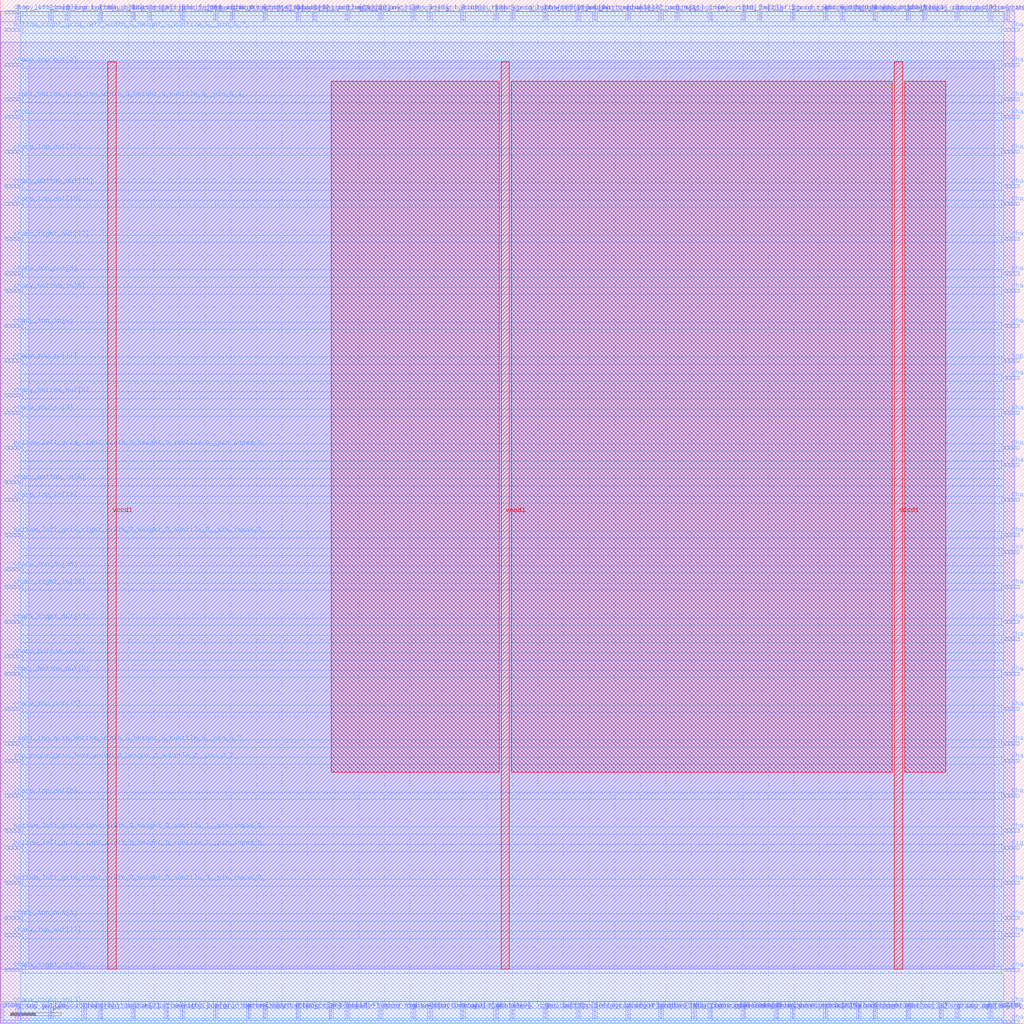
<source format=lef>
VERSION 5.7 ;
  NOWIREEXTENSIONATPIN ON ;
  DIVIDERCHAR "/" ;
  BUSBITCHARS "[]" ;
MACRO sb_0__1_
  CLASS BLOCK ;
  FOREIGN sb_0__1_ ;
  ORIGIN 0.000 0.000 ;
  SIZE 200.000 BY 200.000 ;
  PIN bottom_left_grid_right_width_0_height_0_subtile_0__pin_inpad_0_
    DIRECTION INPUT ;
    USE SIGNAL ;
    PORT
      LAYER met3 ;
        RECT 1.000 95.240 4.000 95.840 ;
    END
  END bottom_left_grid_right_width_0_height_0_subtile_0__pin_inpad_0_
  PIN bottom_left_grid_right_width_0_height_0_subtile_1__pin_inpad_0_
    DIRECTION INPUT ;
    USE SIGNAL ;
    PORT
      LAYER met3 ;
        RECT 1.000 37.440 4.000 38.040 ;
    END
  END bottom_left_grid_right_width_0_height_0_subtile_1__pin_inpad_0_
  PIN bottom_left_grid_right_width_0_height_0_subtile_2__pin_inpad_0_
    DIRECTION INPUT ;
    USE SIGNAL ;
    PORT
      LAYER met2 ;
        RECT 25.850 196.000 26.130 199.000 ;
    END
  END bottom_left_grid_right_width_0_height_0_subtile_2__pin_inpad_0_
  PIN bottom_left_grid_right_width_0_height_0_subtile_3__pin_inpad_0_
    DIRECTION INPUT ;
    USE SIGNAL ;
    PORT
      LAYER met3 ;
        RECT 1.000 27.240 4.000 27.840 ;
    END
  END bottom_left_grid_right_width_0_height_0_subtile_3__pin_inpad_0_
  PIN bottom_left_grid_right_width_0_height_0_subtile_4__pin_inpad_0_
    DIRECTION INPUT ;
    USE SIGNAL ;
    PORT
      LAYER met2 ;
        RECT 177.190 1.000 177.470 4.000 ;
    END
  END bottom_left_grid_right_width_0_height_0_subtile_4__pin_inpad_0_
  PIN bottom_left_grid_right_width_0_height_0_subtile_5__pin_inpad_0_
    DIRECTION INPUT ;
    USE SIGNAL ;
    PORT
      LAYER met2 ;
        RECT 128.890 1.000 129.170 4.000 ;
    END
  END bottom_left_grid_right_width_0_height_0_subtile_5__pin_inpad_0_
  PIN bottom_left_grid_right_width_0_height_0_subtile_6__pin_inpad_0_
    DIRECTION INPUT ;
    USE SIGNAL ;
    PORT
      LAYER met3 ;
        RECT 1.000 112.240 4.000 112.840 ;
    END
  END bottom_left_grid_right_width_0_height_0_subtile_6__pin_inpad_0_
  PIN bottom_left_grid_right_width_0_height_0_subtile_7__pin_inpad_0_
    DIRECTION INPUT ;
    USE SIGNAL ;
    PORT
      LAYER met3 ;
        RECT 1.000 34.040 4.000 34.640 ;
    END
  END bottom_left_grid_right_width_0_height_0_subtile_7__pin_inpad_0_
  PIN bottom_right_grid_left_width_0_height_0_subtile_0__pin_O_3_
    DIRECTION INPUT ;
    USE SIGNAL ;
    PORT
      LAYER met2 ;
        RECT 90.250 196.000 90.530 199.000 ;
    END
  END bottom_right_grid_left_width_0_height_0_subtile_0__pin_O_3_
  PIN bottom_right_grid_left_width_0_height_0_subtile_0__pin_O_7_
    DIRECTION INPUT ;
    USE SIGNAL ;
    PORT
      LAYER met3 ;
        RECT 1.000 193.840 4.000 194.440 ;
    END
  END bottom_right_grid_left_width_0_height_0_subtile_0__pin_O_7_
  PIN ccff_head
    DIRECTION INPUT ;
    USE SIGNAL ;
    PORT
      LAYER met2 ;
        RECT 64.490 1.000 64.770 4.000 ;
    END
  END ccff_head
  PIN ccff_tail
    DIRECTION OUTPUT TRISTATE ;
    USE SIGNAL ;
    PORT
      LAYER met2 ;
        RECT 144.990 1.000 145.270 4.000 ;
    END
  END ccff_tail
  PIN chanx_right_in[0]
    DIRECTION INPUT ;
    USE SIGNAL ;
    PORT
      LAYER met2 ;
        RECT 128.890 196.000 129.170 199.000 ;
    END
  END chanx_right_in[0]
  PIN chanx_right_in[10]
    DIRECTION INPUT ;
    USE SIGNAL ;
    PORT
      LAYER met2 ;
        RECT 29.070 196.000 29.350 199.000 ;
    END
  END chanx_right_in[10]
  PIN chanx_right_in[11]
    DIRECTION INPUT ;
    USE SIGNAL ;
    PORT
      LAYER met2 ;
        RECT 122.450 1.000 122.730 4.000 ;
    END
  END chanx_right_in[11]
  PIN chanx_right_in[12]
    DIRECTION INPUT ;
    USE SIGNAL ;
    PORT
      LAYER met2 ;
        RECT 45.170 196.000 45.450 199.000 ;
    END
  END chanx_right_in[12]
  PIN chanx_right_in[13]
    DIRECTION INPUT ;
    USE SIGNAL ;
    PORT
      LAYER met2 ;
        RECT 99.910 1.000 100.190 4.000 ;
    END
  END chanx_right_in[13]
  PIN chanx_right_in[14]
    DIRECTION INPUT ;
    USE SIGNAL ;
    PORT
      LAYER met3 ;
        RECT 1.000 85.040 4.000 85.640 ;
    END
  END chanx_right_in[14]
  PIN chanx_right_in[15]
    DIRECTION INPUT ;
    USE SIGNAL ;
    PORT
      LAYER met3 ;
        RECT 1.000 10.240 4.000 10.840 ;
    END
  END chanx_right_in[15]
  PIN chanx_right_in[16]
    DIRECTION INPUT ;
    USE SIGNAL ;
    PORT
      LAYER met2 ;
        RECT 138.550 196.000 138.830 199.000 ;
    END
  END chanx_right_in[16]
  PIN chanx_right_in[17]
    DIRECTION INPUT ;
    USE SIGNAL ;
    PORT
      LAYER met2 ;
        RECT 58.050 1.000 58.330 4.000 ;
    END
  END chanx_right_in[17]
  PIN chanx_right_in[18]
    DIRECTION INPUT ;
    USE SIGNAL ;
    PORT
      LAYER met3 ;
        RECT 196.000 159.840 199.000 160.440 ;
    END
  END chanx_right_in[18]
  PIN chanx_right_in[1]
    DIRECTION INPUT ;
    USE SIGNAL ;
    PORT
      LAYER met3 ;
        RECT 196.000 136.040 199.000 136.640 ;
    END
  END chanx_right_in[1]
  PIN chanx_right_in[2]
    DIRECTION INPUT ;
    USE SIGNAL ;
    PORT
      LAYER met2 ;
        RECT 48.390 1.000 48.670 4.000 ;
    END
  END chanx_right_in[2]
  PIN chanx_right_in[3]
    DIRECTION INPUT ;
    USE SIGNAL ;
    PORT
      LAYER met3 ;
        RECT 1.000 3.440 4.000 4.040 ;
    END
  END chanx_right_in[3]
  PIN chanx_right_in[4]
    DIRECTION INPUT ;
    USE SIGNAL ;
    PORT
      LAYER met3 ;
        RECT 196.000 44.240 199.000 44.840 ;
    END
  END chanx_right_in[4]
  PIN chanx_right_in[5]
    DIRECTION INPUT ;
    USE SIGNAL ;
    PORT
      LAYER met2 ;
        RECT 74.150 196.000 74.430 199.000 ;
    END
  END chanx_right_in[5]
  PIN chanx_right_in[6]
    DIRECTION INPUT ;
    USE SIGNAL ;
    PORT
      LAYER met3 ;
        RECT 196.000 153.040 199.000 153.640 ;
    END
  END chanx_right_in[6]
  PIN chanx_right_in[7]
    DIRECTION INPUT ;
    USE SIGNAL ;
    PORT
      LAYER met3 ;
        RECT 196.000 142.840 199.000 143.440 ;
    END
  END chanx_right_in[7]
  PIN chanx_right_in[8]
    DIRECTION INPUT ;
    USE SIGNAL ;
    PORT
      LAYER met2 ;
        RECT 161.090 196.000 161.370 199.000 ;
    END
  END chanx_right_in[8]
  PIN chanx_right_in[9]
    DIRECTION INPUT ;
    USE SIGNAL ;
    PORT
      LAYER met2 ;
        RECT 90.250 1.000 90.530 4.000 ;
    END
  END chanx_right_in[9]
  PIN chanx_right_out[0]
    DIRECTION OUTPUT TRISTATE ;
    USE SIGNAL ;
    PORT
      LAYER met2 ;
        RECT 180.410 196.000 180.690 199.000 ;
    END
  END chanx_right_out[0]
  PIN chanx_right_out[10]
    DIRECTION OUTPUT TRISTATE ;
    USE SIGNAL ;
    PORT
      LAYER met3 ;
        RECT 196.000 61.240 199.000 61.840 ;
    END
  END chanx_right_out[10]
  PIN chanx_right_out[11]
    DIRECTION OUTPUT TRISTATE ;
    USE SIGNAL ;
    PORT
      LAYER met2 ;
        RECT 167.530 1.000 167.810 4.000 ;
    END
  END chanx_right_out[11]
  PIN chanx_right_out[12]
    DIRECTION OUTPUT TRISTATE ;
    USE SIGNAL ;
    PORT
      LAYER met3 ;
        RECT 1.000 153.040 4.000 153.640 ;
    END
  END chanx_right_out[12]
  PIN chanx_right_out[13]
    DIRECTION OUTPUT TRISTATE ;
    USE SIGNAL ;
    PORT
      LAYER met3 ;
        RECT 1.000 78.240 4.000 78.840 ;
    END
  END chanx_right_out[13]
  PIN chanx_right_out[14]
    DIRECTION OUTPUT TRISTATE ;
    USE SIGNAL ;
    PORT
      LAYER met3 ;
        RECT 196.000 10.240 199.000 10.840 ;
    END
  END chanx_right_out[14]
  PIN chanx_right_out[15]
    DIRECTION OUTPUT TRISTATE ;
    USE SIGNAL ;
    PORT
      LAYER met2 ;
        RECT 99.910 196.000 100.190 199.000 ;
    END
  END chanx_right_out[15]
  PIN chanx_right_out[16]
    DIRECTION OUTPUT TRISTATE ;
    USE SIGNAL ;
    PORT
      LAYER met3 ;
        RECT 196.000 176.840 199.000 177.440 ;
    END
  END chanx_right_out[16]
  PIN chanx_right_out[17]
    DIRECTION OUTPUT TRISTATE ;
    USE SIGNAL ;
    PORT
      LAYER met3 ;
        RECT 196.000 0.040 199.000 0.640 ;
    END
  END chanx_right_out[17]
  PIN chanx_right_out[18]
    DIRECTION OUTPUT TRISTATE ;
    USE SIGNAL ;
    PORT
      LAYER met2 ;
        RECT 96.690 196.000 96.970 199.000 ;
    END
  END chanx_right_out[18]
  PIN chanx_right_out[1]
    DIRECTION OUTPUT TRISTATE ;
    USE SIGNAL ;
    PORT
      LAYER met2 ;
        RECT 170.750 1.000 171.030 4.000 ;
    END
  END chanx_right_out[1]
  PIN chanx_right_out[2]
    DIRECTION OUTPUT TRISTATE ;
    USE SIGNAL ;
    PORT
      LAYER met2 ;
        RECT 154.650 196.000 154.930 199.000 ;
    END
  END chanx_right_out[2]
  PIN chanx_right_out[3]
    DIRECTION OUTPUT TRISTATE ;
    USE SIGNAL ;
    PORT
      LAYER met2 ;
        RECT 170.750 196.000 171.030 199.000 ;
    END
  END chanx_right_out[3]
  PIN chanx_right_out[4]
    DIRECTION OUTPUT TRISTATE ;
    USE SIGNAL ;
    PORT
      LAYER met3 ;
        RECT 196.000 187.040 199.000 187.640 ;
    END
  END chanx_right_out[4]
  PIN chanx_right_out[5]
    DIRECTION OUTPUT TRISTATE ;
    USE SIGNAL ;
    PORT
      LAYER met2 ;
        RECT 80.590 196.000 80.870 199.000 ;
    END
  END chanx_right_out[5]
  PIN chanx_right_out[6]
    DIRECTION OUTPUT TRISTATE ;
    USE SIGNAL ;
    PORT
      LAYER met3 ;
        RECT 196.000 54.440 199.000 55.040 ;
    END
  END chanx_right_out[6]
  PIN chanx_right_out[7]
    DIRECTION OUTPUT TRISTATE ;
    USE SIGNAL ;
    PORT
      LAYER met3 ;
        RECT 196.000 68.040 199.000 68.640 ;
    END
  END chanx_right_out[7]
  PIN chanx_right_out[8]
    DIRECTION OUTPUT TRISTATE ;
    USE SIGNAL ;
    PORT
      LAYER met3 ;
        RECT 196.000 95.240 199.000 95.840 ;
    END
  END chanx_right_out[8]
  PIN chanx_right_out[9]
    DIRECTION OUTPUT TRISTATE ;
    USE SIGNAL ;
    PORT
      LAYER met2 ;
        RECT 138.550 1.000 138.830 4.000 ;
    END
  END chanx_right_out[9]
  PIN chany_bottom_in[0]
    DIRECTION INPUT ;
    USE SIGNAL ;
    PORT
      LAYER met3 ;
        RECT 196.000 193.840 199.000 194.440 ;
    END
  END chany_bottom_in[0]
  PIN chany_bottom_in[10]
    DIRECTION INPUT ;
    USE SIGNAL ;
    PORT
      LAYER met3 ;
        RECT 196.000 163.240 199.000 163.840 ;
    END
  END chany_bottom_in[10]
  PIN chany_bottom_in[11]
    DIRECTION INPUT ;
    USE SIGNAL ;
    PORT
      LAYER met2 ;
        RECT 122.450 196.000 122.730 199.000 ;
    END
  END chany_bottom_in[11]
  PIN chany_bottom_in[12]
    DIRECTION INPUT ;
    USE SIGNAL ;
    PORT
      LAYER met2 ;
        RECT 61.270 196.000 61.550 199.000 ;
    END
  END chany_bottom_in[12]
  PIN chany_bottom_in[13]
    DIRECTION INPUT ;
    USE SIGNAL ;
    PORT
      LAYER met3 ;
        RECT 196.000 119.040 199.000 119.640 ;
    END
  END chany_bottom_in[13]
  PIN chany_bottom_in[14]
    DIRECTION INPUT ;
    USE SIGNAL ;
    PORT
      LAYER met2 ;
        RECT 41.950 196.000 42.230 199.000 ;
    END
  END chany_bottom_in[14]
  PIN chany_bottom_in[15]
    DIRECTION INPUT ;
    USE SIGNAL ;
    PORT
      LAYER met2 ;
        RECT 58.050 196.000 58.330 199.000 ;
    END
  END chany_bottom_in[15]
  PIN chany_bottom_in[16]
    DIRECTION INPUT ;
    USE SIGNAL ;
    PORT
      LAYER met2 ;
        RECT 112.790 196.000 113.070 199.000 ;
    END
  END chany_bottom_in[16]
  PIN chany_bottom_in[17]
    DIRECTION INPUT ;
    USE SIGNAL ;
    PORT
      LAYER met2 ;
        RECT 51.610 1.000 51.890 4.000 ;
    END
  END chany_bottom_in[17]
  PIN chany_bottom_in[18]
    DIRECTION INPUT ;
    USE SIGNAL ;
    PORT
      LAYER met2 ;
        RECT 12.970 196.000 13.250 199.000 ;
    END
  END chany_bottom_in[18]
  PIN chany_bottom_in[1]
    DIRECTION INPUT ;
    USE SIGNAL ;
    PORT
      LAYER met3 ;
        RECT 196.000 74.840 199.000 75.440 ;
    END
  END chany_bottom_in[1]
  PIN chany_bottom_in[2]
    DIRECTION INPUT ;
    USE SIGNAL ;
    PORT
      LAYER met2 ;
        RECT 19.410 196.000 19.690 199.000 ;
    END
  END chany_bottom_in[2]
  PIN chany_bottom_in[3]
    DIRECTION INPUT ;
    USE SIGNAL ;
    PORT
      LAYER met3 ;
        RECT 196.000 3.440 199.000 4.040 ;
    END
  END chany_bottom_in[3]
  PIN chany_bottom_in[4]
    DIRECTION INPUT ;
    USE SIGNAL ;
    PORT
      LAYER met3 ;
        RECT 1.000 71.440 4.000 72.040 ;
    END
  END chany_bottom_in[4]
  PIN chany_bottom_in[5]
    DIRECTION INPUT ;
    USE SIGNAL ;
    PORT
      LAYER met3 ;
        RECT 196.000 37.440 199.000 38.040 ;
    END
  END chany_bottom_in[5]
  PIN chany_bottom_in[6]
    DIRECTION INPUT ;
    USE SIGNAL ;
    PORT
      LAYER met3 ;
        RECT 1.000 142.840 4.000 143.440 ;
    END
  END chany_bottom_in[6]
  PIN chany_bottom_in[7]
    DIRECTION INPUT ;
    USE SIGNAL ;
    PORT
      LAYER met2 ;
        RECT 83.810 1.000 84.090 4.000 ;
    END
  END chany_bottom_in[7]
  PIN chany_bottom_in[8]
    DIRECTION INPUT ;
    USE SIGNAL ;
    PORT
      LAYER met3 ;
        RECT 1.000 105.440 4.000 106.040 ;
    END
  END chany_bottom_in[8]
  PIN chany_bottom_in[9]
    DIRECTION INPUT ;
    USE SIGNAL ;
    PORT
      LAYER met2 ;
        RECT 80.590 1.000 80.870 4.000 ;
    END
  END chany_bottom_in[9]
  PIN chany_bottom_out[0]
    DIRECTION OUTPUT TRISTATE ;
    USE SIGNAL ;
    PORT
      LAYER met3 ;
        RECT 1.000 122.440 4.000 123.040 ;
    END
  END chany_bottom_out[0]
  PIN chany_bottom_out[10]
    DIRECTION OUTPUT TRISTATE ;
    USE SIGNAL ;
    PORT
      LAYER met2 ;
        RECT 164.310 196.000 164.590 199.000 ;
    END
  END chany_bottom_out[10]
  PIN chany_bottom_out[11]
    DIRECTION OUTPUT TRISTATE ;
    USE SIGNAL ;
    PORT
      LAYER met3 ;
        RECT 1.000 163.240 4.000 163.840 ;
    END
  END chany_bottom_out[11]
  PIN chany_bottom_out[12]
    DIRECTION OUTPUT TRISTATE ;
    USE SIGNAL ;
    PORT
      LAYER met2 ;
        RECT 151.430 1.000 151.710 4.000 ;
    END
  END chany_bottom_out[12]
  PIN chany_bottom_out[13]
    DIRECTION OUTPUT TRISTATE ;
    USE SIGNAL ;
    PORT
      LAYER met3 ;
        RECT 196.000 125.840 199.000 126.440 ;
    END
  END chany_bottom_out[13]
  PIN chany_bottom_out[14]
    DIRECTION OUTPUT TRISTATE ;
    USE SIGNAL ;
    PORT
      LAYER met3 ;
        RECT 196.000 27.240 199.000 27.840 ;
    END
  END chany_bottom_out[14]
  PIN chany_bottom_out[15]
    DIRECTION OUTPUT TRISTATE ;
    USE SIGNAL ;
    PORT
      LAYER met2 ;
        RECT 132.110 196.000 132.390 199.000 ;
    END
  END chany_bottom_out[15]
  PIN chany_bottom_out[16]
    DIRECTION OUTPUT TRISTATE ;
    USE SIGNAL ;
    PORT
      LAYER met2 ;
        RECT 196.510 196.000 196.790 199.000 ;
    END
  END chany_bottom_out[16]
  PIN chany_bottom_out[17]
    DIRECTION OUTPUT TRISTATE ;
    USE SIGNAL ;
    PORT
      LAYER met2 ;
        RECT 186.850 196.000 187.130 199.000 ;
    END
  END chany_bottom_out[17]
  PIN chany_bottom_out[18]
    DIRECTION OUTPUT TRISTATE ;
    USE SIGNAL ;
    PORT
      LAYER met2 ;
        RECT 3.310 1.000 3.590 4.000 ;
    END
  END chany_bottom_out[18]
  PIN chany_bottom_out[1]
    DIRECTION OUTPUT TRISTATE ;
    USE SIGNAL ;
    PORT
      LAYER met2 ;
        RECT 25.850 1.000 26.130 4.000 ;
    END
  END chany_bottom_out[1]
  PIN chany_bottom_out[2]
    DIRECTION OUTPUT TRISTATE ;
    USE SIGNAL ;
    PORT
      LAYER met2 ;
        RECT 193.290 1.000 193.570 4.000 ;
    END
  END chany_bottom_out[2]
  PIN chany_bottom_out[3]
    DIRECTION OUTPUT TRISTATE ;
    USE SIGNAL ;
    PORT
      LAYER met3 ;
        RECT 1.000 68.040 4.000 68.640 ;
    END
  END chany_bottom_out[3]
  PIN chany_bottom_out[4]
    DIRECTION OUTPUT TRISTATE ;
    USE SIGNAL ;
    PORT
      LAYER met3 ;
        RECT 196.000 108.840 199.000 109.440 ;
    END
  END chany_bottom_out[4]
  PIN chany_bottom_out[5]
    DIRECTION OUTPUT TRISTATE ;
    USE SIGNAL ;
    PORT
      LAYER met3 ;
        RECT 196.000 78.240 199.000 78.840 ;
    END
  END chany_bottom_out[5]
  PIN chany_bottom_out[6]
    DIRECTION OUTPUT TRISTATE ;
    USE SIGNAL ;
    PORT
      LAYER met2 ;
        RECT 83.810 196.000 84.090 199.000 ;
    END
  END chany_bottom_out[6]
  PIN chany_bottom_out[7]
    DIRECTION OUTPUT TRISTATE ;
    USE SIGNAL ;
    PORT
      LAYER met2 ;
        RECT 16.190 1.000 16.470 4.000 ;
    END
  END chany_bottom_out[7]
  PIN chany_bottom_out[8]
    DIRECTION OUTPUT TRISTATE ;
    USE SIGNAL ;
    PORT
      LAYER met3 ;
        RECT 196.000 17.040 199.000 17.640 ;
    END
  END chany_bottom_out[8]
  PIN chany_bottom_out[9]
    DIRECTION OUTPUT TRISTATE ;
    USE SIGNAL ;
    PORT
      LAYER met3 ;
        RECT 196.000 85.040 199.000 85.640 ;
    END
  END chany_bottom_out[9]
  PIN chany_top_in[0]
    DIRECTION INPUT ;
    USE SIGNAL ;
    PORT
      LAYER met3 ;
        RECT 1.000 136.040 4.000 136.640 ;
    END
  END chany_top_in[0]
  PIN chany_top_in[10]
    DIRECTION INPUT ;
    USE SIGNAL ;
    PORT
      LAYER met2 ;
        RECT 9.750 196.000 10.030 199.000 ;
    END
  END chany_top_in[10]
  PIN chany_top_in[11]
    DIRECTION INPUT ;
    USE SIGNAL ;
    PORT
      LAYER met3 ;
        RECT 1.000 129.240 4.000 129.840 ;
    END
  END chany_top_in[11]
  PIN chany_top_in[12]
    DIRECTION INPUT ;
    USE SIGNAL ;
    PORT
      LAYER met3 ;
        RECT 1.000 102.040 4.000 102.640 ;
    END
  END chany_top_in[12]
  PIN chany_top_in[13]
    DIRECTION INPUT ;
    USE SIGNAL ;
    PORT
      LAYER met3 ;
        RECT 1.000 197.240 4.000 197.840 ;
    END
  END chany_top_in[13]
  PIN chany_top_in[14]
    DIRECTION INPUT ;
    USE SIGNAL ;
    PORT
      LAYER met2 ;
        RECT 193.290 196.000 193.570 199.000 ;
    END
  END chany_top_in[14]
  PIN chany_top_in[15]
    DIRECTION INPUT ;
    USE SIGNAL ;
    PORT
      LAYER met2 ;
        RECT 41.950 1.000 42.230 4.000 ;
    END
  END chany_top_in[15]
  PIN chany_top_in[16]
    DIRECTION INPUT ;
    USE SIGNAL ;
    PORT
      LAYER met3 ;
        RECT 1.000 88.440 4.000 89.040 ;
    END
  END chany_top_in[16]
  PIN chany_top_in[17]
    DIRECTION INPUT ;
    USE SIGNAL ;
    PORT
      LAYER met2 ;
        RECT 116.010 1.000 116.290 4.000 ;
    END
  END chany_top_in[17]
  PIN chany_top_in[18]
    DIRECTION INPUT ;
    USE SIGNAL ;
    PORT
      LAYER met2 ;
        RECT 186.850 1.000 187.130 4.000 ;
    END
  END chany_top_in[18]
  PIN chany_top_in[1]
    DIRECTION INPUT ;
    USE SIGNAL ;
    PORT
      LAYER met2 ;
        RECT 67.710 196.000 67.990 199.000 ;
    END
  END chany_top_in[1]
  PIN chany_top_in[2]
    DIRECTION INPUT ;
    USE SIGNAL ;
    PORT
      LAYER met2 ;
        RECT 154.650 1.000 154.930 4.000 ;
    END
  END chany_top_in[2]
  PIN chany_top_in[3]
    DIRECTION INPUT ;
    USE SIGNAL ;
    PORT
      LAYER met2 ;
        RECT 19.410 1.000 19.690 4.000 ;
    END
  END chany_top_in[3]
  PIN chany_top_in[4]
    DIRECTION INPUT ;
    USE SIGNAL ;
    PORT
      LAYER met2 ;
        RECT 74.150 1.000 74.430 4.000 ;
    END
  END chany_top_in[4]
  PIN chany_top_in[5]
    DIRECTION INPUT ;
    USE SIGNAL ;
    PORT
      LAYER met3 ;
        RECT 196.000 20.440 199.000 21.040 ;
    END
  END chany_top_in[5]
  PIN chany_top_in[6]
    DIRECTION INPUT ;
    USE SIGNAL ;
    PORT
      LAYER met3 ;
        RECT 196.000 146.240 199.000 146.840 ;
    END
  END chany_top_in[6]
  PIN chany_top_in[7]
    DIRECTION INPUT ;
    USE SIGNAL ;
    PORT
      LAYER met3 ;
        RECT 196.000 102.040 199.000 102.640 ;
    END
  END chany_top_in[7]
  PIN chany_top_in[8]
    DIRECTION INPUT ;
    USE SIGNAL ;
    PORT
      LAYER met2 ;
        RECT 161.090 1.000 161.370 4.000 ;
    END
  END chany_top_in[8]
  PIN chany_top_in[9]
    DIRECTION INPUT ;
    USE SIGNAL ;
    PORT
      LAYER met3 ;
        RECT 1.000 119.040 4.000 119.640 ;
    END
  END chany_top_in[9]
  PIN chany_top_out[0]
    DIRECTION OUTPUT TRISTATE ;
    USE SIGNAL ;
    PORT
      LAYER met3 ;
        RECT 196.000 51.040 199.000 51.640 ;
    END
  END chany_top_out[0]
  PIN chany_top_out[10]
    DIRECTION OUTPUT TRISTATE ;
    USE SIGNAL ;
    PORT
      LAYER met3 ;
        RECT 1.000 159.840 4.000 160.440 ;
    END
  END chany_top_out[10]
  PIN chany_top_out[11]
    DIRECTION OUTPUT TRISTATE ;
    USE SIGNAL ;
    PORT
      LAYER met3 ;
        RECT 196.000 112.240 199.000 112.840 ;
    END
  END chany_top_out[11]
  PIN chany_top_out[12]
    DIRECTION OUTPUT TRISTATE ;
    USE SIGNAL ;
    PORT
      LAYER met3 ;
        RECT 196.000 170.040 199.000 170.640 ;
    END
  END chany_top_out[12]
  PIN chany_top_out[13]
    DIRECTION OUTPUT TRISTATE ;
    USE SIGNAL ;
    PORT
      LAYER met2 ;
        RECT 183.630 1.000 183.910 4.000 ;
    END
  END chany_top_out[13]
  PIN chany_top_out[14]
    DIRECTION OUTPUT TRISTATE ;
    USE SIGNAL ;
    PORT
      LAYER met3 ;
        RECT 196.000 180.240 199.000 180.840 ;
    END
  END chany_top_out[14]
  PIN chany_top_out[15]
    DIRECTION OUTPUT TRISTATE ;
    USE SIGNAL ;
    PORT
      LAYER met3 ;
        RECT 1.000 61.240 4.000 61.840 ;
    END
  END chany_top_out[15]
  PIN chany_top_out[16]
    DIRECTION OUTPUT TRISTATE ;
    USE SIGNAL ;
    PORT
      LAYER met3 ;
        RECT 1.000 170.040 4.000 170.640 ;
    END
  END chany_top_out[16]
  PIN chany_top_out[17]
    DIRECTION OUTPUT TRISTATE ;
    USE SIGNAL ;
    PORT
      LAYER met3 ;
        RECT 1.000 17.040 4.000 17.640 ;
    END
  END chany_top_out[17]
  PIN chany_top_out[18]
    DIRECTION OUTPUT TRISTATE ;
    USE SIGNAL ;
    PORT
      LAYER met2 ;
        RECT 0.090 1.000 0.370 4.000 ;
    END
  END chany_top_out[18]
  PIN chany_top_out[1]
    DIRECTION OUTPUT TRISTATE ;
    USE SIGNAL ;
    PORT
      LAYER met3 ;
        RECT 1.000 20.440 4.000 21.040 ;
    END
  END chany_top_out[1]
  PIN chany_top_out[2]
    DIRECTION OUTPUT TRISTATE ;
    USE SIGNAL ;
    PORT
      LAYER met3 ;
        RECT 1.000 187.040 4.000 187.640 ;
    END
  END chany_top_out[2]
  PIN chany_top_out[3]
    DIRECTION OUTPUT TRISTATE ;
    USE SIGNAL ;
    PORT
      LAYER met2 ;
        RECT 51.610 196.000 51.890 199.000 ;
    END
  END chany_top_out[3]
  PIN chany_top_out[4]
    DIRECTION OUTPUT TRISTATE ;
    USE SIGNAL ;
    PORT
      LAYER met2 ;
        RECT 116.010 196.000 116.290 199.000 ;
    END
  END chany_top_out[4]
  PIN chany_top_out[5]
    DIRECTION OUTPUT TRISTATE ;
    USE SIGNAL ;
    PORT
      LAYER met3 ;
        RECT 1.000 146.240 4.000 146.840 ;
    END
  END chany_top_out[5]
  PIN chany_top_out[6]
    DIRECTION OUTPUT TRISTATE ;
    USE SIGNAL ;
    PORT
      LAYER met2 ;
        RECT 32.290 1.000 32.570 4.000 ;
    END
  END chany_top_out[6]
  PIN chany_top_out[7]
    DIRECTION OUTPUT TRISTATE ;
    USE SIGNAL ;
    PORT
      LAYER met2 ;
        RECT 9.750 1.000 10.030 4.000 ;
    END
  END chany_top_out[7]
  PIN chany_top_out[8]
    DIRECTION OUTPUT TRISTATE ;
    USE SIGNAL ;
    PORT
      LAYER met3 ;
        RECT 1.000 44.240 4.000 44.840 ;
    END
  END chany_top_out[8]
  PIN chany_top_out[9]
    DIRECTION OUTPUT TRISTATE ;
    USE SIGNAL ;
    PORT
      LAYER met2 ;
        RECT 106.350 196.000 106.630 199.000 ;
    END
  END chany_top_out[9]
  PIN pReset
    DIRECTION INPUT ;
    USE SIGNAL ;
    PORT
      LAYER met2 ;
        RECT 96.690 1.000 96.970 4.000 ;
    END
  END pReset
  PIN prog_clk
    DIRECTION INPUT ;
    USE SIGNAL ;
    PORT
      LAYER met2 ;
        RECT 177.190 196.000 177.470 199.000 ;
    END
  END prog_clk
  PIN right_bottom_grid_top_width_0_height_0_subtile_0__pin_O_0_
    DIRECTION INPUT ;
    USE SIGNAL ;
    PORT
      LAYER met3 ;
        RECT 196.000 34.040 199.000 34.640 ;
    END
  END right_bottom_grid_top_width_0_height_0_subtile_0__pin_O_0_
  PIN right_bottom_grid_top_width_0_height_0_subtile_0__pin_O_4_
    DIRECTION INPUT ;
    USE SIGNAL ;
    PORT
      LAYER met3 ;
        RECT 1.000 180.240 4.000 180.840 ;
    END
  END right_bottom_grid_top_width_0_height_0_subtile_0__pin_O_4_
  PIN right_top_grid_bottom_width_0_height_0_subtile_0__pin_O_2_
    DIRECTION INPUT ;
    USE SIGNAL ;
    PORT
      LAYER met3 ;
        RECT 1.000 54.440 4.000 55.040 ;
    END
  END right_top_grid_bottom_width_0_height_0_subtile_0__pin_O_2_
  PIN right_top_grid_bottom_width_0_height_0_subtile_0__pin_O_6_
    DIRECTION INPUT ;
    USE SIGNAL ;
    PORT
      LAYER met2 ;
        RECT 35.510 1.000 35.790 4.000 ;
    END
  END right_top_grid_bottom_width_0_height_0_subtile_0__pin_O_6_
  PIN top_left_grid_right_width_0_height_0_subtile_0__pin_inpad_0_
    DIRECTION INPUT ;
    USE SIGNAL ;
    PORT
      LAYER met2 ;
        RECT 67.710 1.000 67.990 4.000 ;
    END
  END top_left_grid_right_width_0_height_0_subtile_0__pin_inpad_0_
  PIN top_left_grid_right_width_0_height_0_subtile_1__pin_inpad_0_
    DIRECTION INPUT ;
    USE SIGNAL ;
    PORT
      LAYER met2 ;
        RECT 106.350 1.000 106.630 4.000 ;
    END
  END top_left_grid_right_width_0_height_0_subtile_1__pin_inpad_0_
  PIN top_left_grid_right_width_0_height_0_subtile_2__pin_inpad_0_
    DIRECTION INPUT ;
    USE SIGNAL ;
    PORT
      LAYER met3 ;
        RECT 196.000 129.240 199.000 129.840 ;
    END
  END top_left_grid_right_width_0_height_0_subtile_2__pin_inpad_0_
  PIN top_left_grid_right_width_0_height_0_subtile_3__pin_inpad_0_
    DIRECTION INPUT ;
    USE SIGNAL ;
    PORT
      LAYER met2 ;
        RECT 112.790 1.000 113.070 4.000 ;
    END
  END top_left_grid_right_width_0_height_0_subtile_3__pin_inpad_0_
  PIN top_left_grid_right_width_0_height_0_subtile_4__pin_inpad_0_
    DIRECTION INPUT ;
    USE SIGNAL ;
    PORT
      LAYER met2 ;
        RECT 148.210 196.000 148.490 199.000 ;
    END
  END top_left_grid_right_width_0_height_0_subtile_4__pin_inpad_0_
  PIN top_left_grid_right_width_0_height_0_subtile_5__pin_inpad_0_
    DIRECTION INPUT ;
    USE SIGNAL ;
    PORT
      LAYER met2 ;
        RECT 144.990 196.000 145.270 199.000 ;
    END
  END top_left_grid_right_width_0_height_0_subtile_5__pin_inpad_0_
  PIN top_left_grid_right_width_0_height_0_subtile_6__pin_inpad_0_
    DIRECTION INPUT ;
    USE SIGNAL ;
    PORT
      LAYER met2 ;
        RECT 3.310 196.000 3.590 199.000 ;
    END
  END top_left_grid_right_width_0_height_0_subtile_6__pin_inpad_0_
  PIN top_left_grid_right_width_0_height_0_subtile_7__pin_inpad_0_
    DIRECTION INPUT ;
    USE SIGNAL ;
    PORT
      LAYER met2 ;
        RECT 35.510 196.000 35.790 199.000 ;
    END
  END top_left_grid_right_width_0_height_0_subtile_7__pin_inpad_0_
  PIN top_right_grid_left_width_0_height_0_subtile_0__pin_O_3_
    DIRECTION INPUT ;
    USE SIGNAL ;
    PORT
      LAYER met2 ;
        RECT 135.330 1.000 135.610 4.000 ;
    END
  END top_right_grid_left_width_0_height_0_subtile_0__pin_O_3_
  PIN top_right_grid_left_width_0_height_0_subtile_0__pin_O_7_
    DIRECTION INPUT ;
    USE SIGNAL ;
    PORT
      LAYER met3 ;
        RECT 1.000 51.040 4.000 51.640 ;
    END
  END top_right_grid_left_width_0_height_0_subtile_0__pin_O_7_
  PIN vccd1
    DIRECTION INOUT ;
    USE SIGNAL ;
    PORT
      LAYER met3 ;
        RECT 1.000 176.840 4.000 177.440 ;
    END
    PORT
      LAYER met4 ;
        RECT 21.040 10.640 22.640 187.920 ;
    END
    PORT
      LAYER met4 ;
        RECT 174.640 10.640 176.240 187.920 ;
    END
  END vccd1
  PIN vssd1
    DIRECTION INOUT ;
    USE SIGNAL ;
    PORT
      LAYER met3 ;
        RECT 196.000 91.840 199.000 92.440 ;
    END
    PORT
      LAYER met4 ;
        RECT 97.840 10.640 99.440 187.920 ;
    END
  END vssd1
  OBS
      LAYER li1 ;
        RECT 5.520 10.795 194.120 187.765 ;
      LAYER met1 ;
        RECT 0.070 10.640 198.190 191.720 ;
      LAYER met2 ;
        RECT 0.100 195.720 3.030 197.725 ;
        RECT 3.870 195.720 9.470 197.725 ;
        RECT 10.310 195.720 12.690 197.725 ;
        RECT 13.530 195.720 19.130 197.725 ;
        RECT 19.970 195.720 25.570 197.725 ;
        RECT 26.410 195.720 28.790 197.725 ;
        RECT 29.630 195.720 35.230 197.725 ;
        RECT 36.070 195.720 41.670 197.725 ;
        RECT 42.510 195.720 44.890 197.725 ;
        RECT 45.730 195.720 51.330 197.725 ;
        RECT 52.170 195.720 57.770 197.725 ;
        RECT 58.610 195.720 60.990 197.725 ;
        RECT 61.830 195.720 67.430 197.725 ;
        RECT 68.270 195.720 73.870 197.725 ;
        RECT 74.710 195.720 80.310 197.725 ;
        RECT 81.150 195.720 83.530 197.725 ;
        RECT 84.370 195.720 89.970 197.725 ;
        RECT 90.810 195.720 96.410 197.725 ;
        RECT 97.250 195.720 99.630 197.725 ;
        RECT 100.470 195.720 106.070 197.725 ;
        RECT 106.910 195.720 112.510 197.725 ;
        RECT 113.350 195.720 115.730 197.725 ;
        RECT 116.570 195.720 122.170 197.725 ;
        RECT 123.010 195.720 128.610 197.725 ;
        RECT 129.450 195.720 131.830 197.725 ;
        RECT 132.670 195.720 138.270 197.725 ;
        RECT 139.110 195.720 144.710 197.725 ;
        RECT 145.550 195.720 147.930 197.725 ;
        RECT 148.770 195.720 154.370 197.725 ;
        RECT 155.210 195.720 160.810 197.725 ;
        RECT 161.650 195.720 164.030 197.725 ;
        RECT 164.870 195.720 170.470 197.725 ;
        RECT 171.310 195.720 176.910 197.725 ;
        RECT 177.750 195.720 180.130 197.725 ;
        RECT 180.970 195.720 186.570 197.725 ;
        RECT 187.410 195.720 193.010 197.725 ;
        RECT 193.850 195.720 196.230 197.725 ;
        RECT 197.070 195.720 198.160 197.725 ;
        RECT 0.100 4.280 198.160 195.720 ;
        RECT 0.650 0.720 3.030 4.280 ;
        RECT 3.870 0.720 9.470 4.280 ;
        RECT 10.310 0.720 15.910 4.280 ;
        RECT 16.750 0.720 19.130 4.280 ;
        RECT 19.970 0.720 25.570 4.280 ;
        RECT 26.410 0.720 32.010 4.280 ;
        RECT 32.850 0.720 35.230 4.280 ;
        RECT 36.070 0.720 41.670 4.280 ;
        RECT 42.510 0.720 48.110 4.280 ;
        RECT 48.950 0.720 51.330 4.280 ;
        RECT 52.170 0.720 57.770 4.280 ;
        RECT 58.610 0.720 64.210 4.280 ;
        RECT 65.050 0.720 67.430 4.280 ;
        RECT 68.270 0.720 73.870 4.280 ;
        RECT 74.710 0.720 80.310 4.280 ;
        RECT 81.150 0.720 83.530 4.280 ;
        RECT 84.370 0.720 89.970 4.280 ;
        RECT 90.810 0.720 96.410 4.280 ;
        RECT 97.250 0.720 99.630 4.280 ;
        RECT 100.470 0.720 106.070 4.280 ;
        RECT 106.910 0.720 112.510 4.280 ;
        RECT 113.350 0.720 115.730 4.280 ;
        RECT 116.570 0.720 122.170 4.280 ;
        RECT 123.010 0.720 128.610 4.280 ;
        RECT 129.450 0.720 135.050 4.280 ;
        RECT 135.890 0.720 138.270 4.280 ;
        RECT 139.110 0.720 144.710 4.280 ;
        RECT 145.550 0.720 151.150 4.280 ;
        RECT 151.990 0.720 154.370 4.280 ;
        RECT 155.210 0.720 160.810 4.280 ;
        RECT 161.650 0.720 167.250 4.280 ;
        RECT 168.090 0.720 170.470 4.280 ;
        RECT 171.310 0.720 176.910 4.280 ;
        RECT 177.750 0.720 183.350 4.280 ;
        RECT 184.190 0.720 186.570 4.280 ;
        RECT 187.410 0.720 193.010 4.280 ;
        RECT 193.850 0.720 198.160 4.280 ;
        RECT 0.100 0.155 198.160 0.720 ;
      LAYER met3 ;
        RECT 4.400 196.840 196.000 197.705 ;
        RECT 4.000 194.840 196.000 196.840 ;
        RECT 4.400 193.440 195.600 194.840 ;
        RECT 4.000 188.040 196.000 193.440 ;
        RECT 4.400 186.640 195.600 188.040 ;
        RECT 4.000 181.240 196.000 186.640 ;
        RECT 4.400 179.840 195.600 181.240 ;
        RECT 4.000 177.840 196.000 179.840 ;
        RECT 4.400 176.440 195.600 177.840 ;
        RECT 4.000 171.040 196.000 176.440 ;
        RECT 4.400 169.640 195.600 171.040 ;
        RECT 4.000 164.240 196.000 169.640 ;
        RECT 4.400 162.840 195.600 164.240 ;
        RECT 4.000 160.840 196.000 162.840 ;
        RECT 4.400 159.440 195.600 160.840 ;
        RECT 4.000 154.040 196.000 159.440 ;
        RECT 4.400 152.640 195.600 154.040 ;
        RECT 4.000 147.240 196.000 152.640 ;
        RECT 4.400 145.840 195.600 147.240 ;
        RECT 4.000 143.840 196.000 145.840 ;
        RECT 4.400 142.440 195.600 143.840 ;
        RECT 4.000 137.040 196.000 142.440 ;
        RECT 4.400 135.640 195.600 137.040 ;
        RECT 4.000 130.240 196.000 135.640 ;
        RECT 4.400 128.840 195.600 130.240 ;
        RECT 4.000 126.840 196.000 128.840 ;
        RECT 4.000 125.440 195.600 126.840 ;
        RECT 4.000 123.440 196.000 125.440 ;
        RECT 4.400 122.040 196.000 123.440 ;
        RECT 4.000 120.040 196.000 122.040 ;
        RECT 4.400 118.640 195.600 120.040 ;
        RECT 4.000 113.240 196.000 118.640 ;
        RECT 4.400 111.840 195.600 113.240 ;
        RECT 4.000 109.840 196.000 111.840 ;
        RECT 4.000 108.440 195.600 109.840 ;
        RECT 4.000 106.440 196.000 108.440 ;
        RECT 4.400 105.040 196.000 106.440 ;
        RECT 4.000 103.040 196.000 105.040 ;
        RECT 4.400 101.640 195.600 103.040 ;
        RECT 4.000 96.240 196.000 101.640 ;
        RECT 4.400 94.840 195.600 96.240 ;
        RECT 4.000 92.840 196.000 94.840 ;
        RECT 4.000 91.440 195.600 92.840 ;
        RECT 4.000 89.440 196.000 91.440 ;
        RECT 4.400 88.040 196.000 89.440 ;
        RECT 4.000 86.040 196.000 88.040 ;
        RECT 4.400 84.640 195.600 86.040 ;
        RECT 4.000 79.240 196.000 84.640 ;
        RECT 4.400 77.840 195.600 79.240 ;
        RECT 4.000 75.840 196.000 77.840 ;
        RECT 4.000 74.440 195.600 75.840 ;
        RECT 4.000 72.440 196.000 74.440 ;
        RECT 4.400 71.040 196.000 72.440 ;
        RECT 4.000 69.040 196.000 71.040 ;
        RECT 4.400 67.640 195.600 69.040 ;
        RECT 4.000 62.240 196.000 67.640 ;
        RECT 4.400 60.840 195.600 62.240 ;
        RECT 4.000 55.440 196.000 60.840 ;
        RECT 4.400 54.040 195.600 55.440 ;
        RECT 4.000 52.040 196.000 54.040 ;
        RECT 4.400 50.640 195.600 52.040 ;
        RECT 4.000 45.240 196.000 50.640 ;
        RECT 4.400 43.840 195.600 45.240 ;
        RECT 4.000 38.440 196.000 43.840 ;
        RECT 4.400 37.040 195.600 38.440 ;
        RECT 4.000 35.040 196.000 37.040 ;
        RECT 4.400 33.640 195.600 35.040 ;
        RECT 4.000 28.240 196.000 33.640 ;
        RECT 4.400 26.840 195.600 28.240 ;
        RECT 4.000 21.440 196.000 26.840 ;
        RECT 4.400 20.040 195.600 21.440 ;
        RECT 4.000 18.040 196.000 20.040 ;
        RECT 4.400 16.640 195.600 18.040 ;
        RECT 4.000 11.240 196.000 16.640 ;
        RECT 4.400 9.840 195.600 11.240 ;
        RECT 4.000 4.440 196.000 9.840 ;
        RECT 4.400 3.040 195.600 4.440 ;
        RECT 4.000 1.040 196.000 3.040 ;
        RECT 4.000 0.175 195.600 1.040 ;
      LAYER met4 ;
        RECT 64.695 49.135 97.440 184.105 ;
        RECT 99.840 49.135 174.240 184.105 ;
        RECT 176.640 49.135 184.625 184.105 ;
  END
END sb_0__1_
END LIBRARY


</source>
